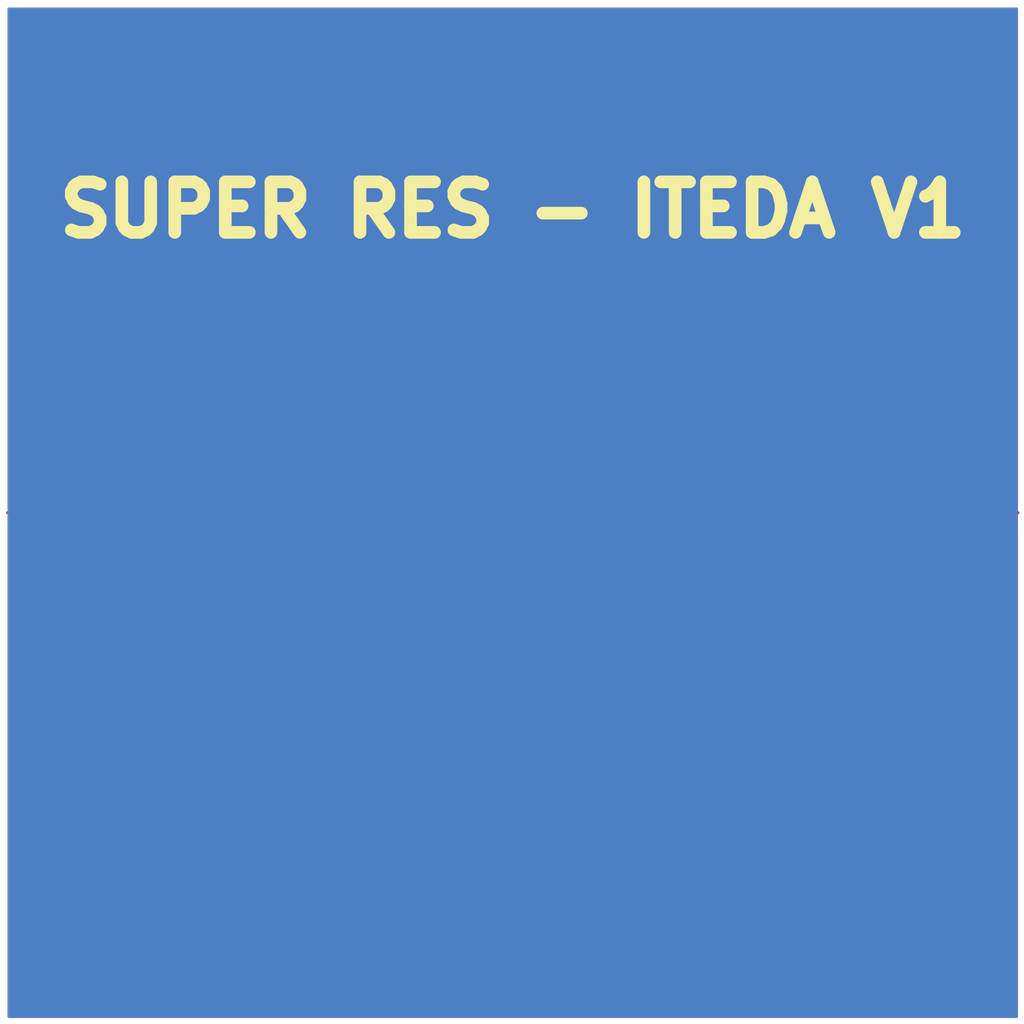
<source format=kicad_pcb>
(kicad_pcb (version 20171130) (host pcbnew 5.1.5-52549c5~84~ubuntu18.04.1)

  (general
    (thickness 0.5)
    (drawings 5)
    (tracks 141)
    (zones 0)
    (modules 0)
    (nets 1)
  )

  (page A4)
  (layers
    (0 F.Cu signal)
    (31 B.Cu power)
    (32 B.Adhes user)
    (33 F.Adhes user)
    (34 B.Paste user)
    (35 F.Paste user)
    (36 B.SilkS user)
    (37 F.SilkS user)
    (38 B.Mask user)
    (39 F.Mask user)
    (40 Dwgs.User user)
    (41 Cmts.User user)
    (42 Eco1.User user)
    (43 Eco2.User user)
    (44 Edge.Cuts user)
    (45 Margin user)
    (46 B.CrtYd user)
    (47 F.CrtYd user)
    (48 B.Fab user)
    (49 F.Fab user)
  )

  (setup
    (last_trace_width 0.03)
    (user_trace_width 0.03)
    (trace_clearance 0.02)
    (zone_clearance 0.02)
    (zone_45_only no)
    (trace_min 0.002)
    (via_size 0.8)
    (via_drill 0.4)
    (via_min_size 0.4)
    (via_min_drill 0.3)
    (uvia_size 0.3)
    (uvia_drill 0.1)
    (uvias_allowed no)
    (uvia_min_size 0.2)
    (uvia_min_drill 0.1)
    (edge_width 0.05)
    (segment_width 0.2)
    (pcb_text_width 0.3)
    (pcb_text_size 1.5 1.5)
    (mod_edge_width 0.12)
    (mod_text_size 1 1)
    (mod_text_width 0.15)
    (pad_size 1.524 1.524)
    (pad_drill 0.762)
    (pad_to_mask_clearance 0.00051)
    (solder_mask_min_width 0.0025)
    (aux_axis_origin 0 0)
    (visible_elements FFFFFF7F)
    (pcbplotparams
      (layerselection 0x03020_ffffffff)
      (usegerberextensions false)
      (usegerberattributes true)
      (usegerberadvancedattributes false)
      (creategerberjobfile false)
      (excludeedgelayer true)
      (linewidth 0.100000)
      (plotframeref false)
      (viasonmask false)
      (mode 1)
      (useauxorigin false)
      (hpglpennumber 1)
      (hpglpenspeed 20)
      (hpglpendiameter 15.000000)
      (psnegative false)
      (psa4output false)
      (plotreference true)
      (plotvalue true)
      (plotinvisibletext false)
      (padsonsilk false)
      (subtractmaskfromsilk false)
      (outputformat 3)
      (mirror false)
      (drillshape 0)
      (scaleselection 1)
      (outputdirectory "GERBERS/"))
  )

  (net 0 "")

  (net_class Default "This is the default net class."
    (clearance 0.02)
    (trace_width 0.03)
    (via_dia 0.8)
    (via_drill 0.4)
    (uvia_dia 0.3)
    (uvia_drill 0.1)
  )

  (net_class z0 ""
    (clearance 0.02)
    (trace_width 0.03)
    (via_dia 0.8)
    (via_drill 0.4)
    (uvia_dia 0.3)
    (uvia_drill 0.1)
  )

  (gr_text "SUPER RES - ITEDA V1" (at 145 52) (layer F.SilkS)
    (effects (font (size 0.5 0.5) (thickness 0.125)))
  )
  (gr_line (start 140 50) (end 140 60) (layer F.Fab) (width 0.15))
  (gr_line (start 150 50) (end 140 50) (layer F.Fab) (width 0.15))
  (gr_line (start 150 60) (end 140 60) (layer F.Fab) (width 0.15))
  (gr_line (start 150 50) (end 150 60) (layer F.Fab) (width 0.15))

  (segment (start 140 55) (end 143 55) (width 0.03) (layer F.Cu) (net 0))
  (segment (start 147 55) (end 150 55) (width 0.03) (layer F.Cu) (net 0))
  (segment (start 143 55) (end 147 55) (width 0.03) (layer F.Cu) (net 0))
  (segment (start 142.992479 57.266756) (end 143 57.2) (width 0.03) (layer F.Cu) (net 0))
  (segment (start 142.970291 57.330165) (end 142.992479 57.266756) (width 0.03) (layer F.Cu) (net 0))
  (segment (start 142.538612 57.507521) (end 142.605368 57.5) (width 0.03) (layer F.Cu) (net 0))
  (segment (start 143.68711 58.466756) (end 143.694632 58.4) (width 0.03) (layer F.Cu) (net 0))
  (segment (start 143.581678 58.634549) (end 143.629181 58.587046) (width 0.03) (layer F.Cu) (net 0))
  (segment (start 142.605368 57.5) (end 142.7 57.5) (width 0.03) (layer F.Cu) (net 0))
  (segment (start 143.461388 58.692478) (end 143.524797 58.67029) (width 0.03) (layer F.Cu) (net 0))
  (segment (start 143.06545 58.812953) (end 143.112953 58.76545) (width 0.03) (layer F.Cu) (net 0))
  (segment (start 143.394632 58.7) (end 143.461388 58.692478) (width 0.03) (layer F.Cu) (net 0))
  (segment (start 143.664922 58.530165) (end 143.68711 58.466756) (width 0.03) (layer F.Cu) (net 0))
  (segment (start 143 59) (end 143.007521 58.933243) (width 0.03) (layer F.Cu) (net 0))
  (segment (start 143.233243 58.707521) (end 143.3 58.7) (width 0.03) (layer F.Cu) (net 0))
  (segment (start 142.766757 57.492478) (end 142.830166 57.47029) (width 0.03) (layer F.Cu) (net 0))
  (segment (start 142.7 57.5) (end 142.766757 57.492478) (width 0.03) (layer F.Cu) (net 0))
  (segment (start 143.524797 58.129709) (end 143.461388 58.107521) (width 0.03) (layer F.Cu) (net 0))
  (segment (start 142.830166 57.47029) (end 142.887047 57.434549) (width 0.03) (layer F.Cu) (net 0))
  (segment (start 142.475203 57.529709) (end 142.538612 57.507521) (width 0.03) (layer F.Cu) (net 0))
  (segment (start 143.3 58.7) (end 143.394632 58.7) (width 0.03) (layer F.Cu) (net 0))
  (segment (start 143.007521 58.933243) (end 143.029709 58.869834) (width 0.03) (layer F.Cu) (net 0))
  (segment (start 143 57.2) (end 143 56.229502) (width 0.03) (layer F.Cu) (net 0))
  (segment (start 143.664922 58.269834) (end 143.629181 58.212953) (width 0.03) (layer F.Cu) (net 0))
  (segment (start 143.581678 58.16545) (end 143.524797 58.129709) (width 0.03) (layer F.Cu) (net 0))
  (segment (start 143.029709 58.869834) (end 143.06545 58.812953) (width 0.03) (layer F.Cu) (net 0))
  (segment (start 143.169834 58.729709) (end 143.233243 58.707521) (width 0.03) (layer F.Cu) (net 0))
  (segment (start 143.694632 58.4) (end 143.68711 58.333243) (width 0.03) (layer F.Cu) (net 0))
  (segment (start 143.68711 58.333243) (end 143.664922 58.269834) (width 0.03) (layer F.Cu) (net 0))
  (segment (start 143.112953 58.76545) (end 143.169834 58.729709) (width 0.03) (layer F.Cu) (net 0))
  (segment (start 142.31289 57.866756) (end 142.305368 57.8) (width 0.03) (layer F.Cu) (net 0))
  (segment (start 143.461388 58.107521) (end 143.394632 58.1) (width 0.03) (layer F.Cu) (net 0))
  (segment (start 142.93455 57.387046) (end 142.970291 57.330165) (width 0.03) (layer F.Cu) (net 0))
  (segment (start 142.370819 57.612953) (end 142.418322 57.56545) (width 0.03) (layer F.Cu) (net 0))
  (segment (start 143 56.229502) (end 143 55) (width 0.03) (layer F.Cu) (net 0))
  (segment (start 143.524797 58.67029) (end 143.581678 58.634549) (width 0.03) (layer F.Cu) (net 0))
  (segment (start 143.394632 58.1) (end 142.605368 58.1) (width 0.03) (layer F.Cu) (net 0))
  (segment (start 143.629181 58.212953) (end 143.581678 58.16545) (width 0.03) (layer F.Cu) (net 0))
  (segment (start 142.605368 58.1) (end 142.538612 58.092478) (width 0.03) (layer F.Cu) (net 0))
  (segment (start 142.538612 58.092478) (end 142.475203 58.07029) (width 0.03) (layer F.Cu) (net 0))
  (segment (start 142.475203 58.07029) (end 142.418322 58.034549) (width 0.03) (layer F.Cu) (net 0))
  (segment (start 142.335078 57.669834) (end 142.370819 57.612953) (width 0.03) (layer F.Cu) (net 0))
  (segment (start 142.418322 58.034549) (end 142.370819 57.987046) (width 0.03) (layer F.Cu) (net 0))
  (segment (start 142.370819 57.987046) (end 142.335078 57.930165) (width 0.03) (layer F.Cu) (net 0))
  (segment (start 142.335078 57.930165) (end 142.31289 57.866756) (width 0.03) (layer F.Cu) (net 0))
  (segment (start 142.887047 57.434549) (end 142.93455 57.387046) (width 0.03) (layer F.Cu) (net 0))
  (segment (start 143.629181 58.587046) (end 143.664922 58.530165) (width 0.03) (layer F.Cu) (net 0))
  (segment (start 142.305368 57.8) (end 142.31289 57.733243) (width 0.03) (layer F.Cu) (net 0))
  (segment (start 142.31289 57.733243) (end 142.335078 57.669834) (width 0.03) (layer F.Cu) (net 0))
  (segment (start 142.418322 57.56545) (end 142.475203 57.529709) (width 0.03) (layer F.Cu) (net 0))
  (segment (start 147 55.4) (end 147 55) (width 0.03) (layer F.Cu) (net 0))
  (segment (start 147.06545 55.587046) (end 147.029709 55.530165) (width 0.03) (layer F.Cu) (net 0))
  (segment (start 147.112953 55.634549) (end 147.06545 55.587046) (width 0.03) (layer F.Cu) (net 0))
  (segment (start 147.169834 55.67029) (end 147.112953 55.634549) (width 0.03) (layer F.Cu) (net 0))
  (segment (start 147.233243 55.692478) (end 147.169834 55.67029) (width 0.03) (layer F.Cu) (net 0))
  (segment (start 147.655706 55.7) (end 147.3 55.7) (width 0.03) (layer F.Cu) (net 0))
  (segment (start 147.722462 55.707521) (end 147.655706 55.7) (width 0.03) (layer F.Cu) (net 0))
  (segment (start 147.842752 55.76545) (end 147.785871 55.729709) (width 0.03) (layer F.Cu) (net 0))
  (segment (start 147.890255 55.812953) (end 147.842752 55.76545) (width 0.03) (layer F.Cu) (net 0))
  (segment (start 146.074004 57.930165) (end 146.051816 57.866756) (width 0.03) (layer F.Cu) (net 0))
  (segment (start 146.109745 57.612953) (end 146.157248 57.56545) (width 0.03) (layer F.Cu) (net 0))
  (segment (start 146.344294 58.1) (end 146.277538 58.092478) (width 0.03) (layer F.Cu) (net 0))
  (segment (start 147.890255 57.012953) (end 147.842752 56.96545) (width 0.03) (layer F.Cu) (net 0))
  (segment (start 147.722462 58.107521) (end 147.655706 58.1) (width 0.03) (layer F.Cu) (net 0))
  (segment (start 147.785871 56.27029) (end 147.842752 56.234549) (width 0.03) (layer F.Cu) (net 0))
  (segment (start 147.890255 58.212953) (end 147.842752 58.16545) (width 0.03) (layer F.Cu) (net 0))
  (segment (start 147.007521 55.466756) (end 147 55.4) (width 0.03) (layer F.Cu) (net 0))
  (segment (start 147.925996 58.269834) (end 147.890255 58.212953) (width 0.03) (layer F.Cu) (net 0))
  (segment (start 146.044294 57.8) (end 146.051816 57.733243) (width 0.03) (layer F.Cu) (net 0))
  (segment (start 147.3 55.7) (end 147.233243 55.692478) (width 0.03) (layer F.Cu) (net 0))
  (segment (start 147.785871 55.729709) (end 147.722462 55.707521) (width 0.03) (layer F.Cu) (net 0))
  (segment (start 147.169834 58.729709) (end 147.233243 58.707521) (width 0.03) (layer F.Cu) (net 0))
  (segment (start 147.06545 58.812953) (end 147.112953 58.76545) (width 0.03) (layer F.Cu) (net 0))
  (segment (start 147.842752 58.16545) (end 147.785871 58.129709) (width 0.03) (layer F.Cu) (net 0))
  (segment (start 146.277538 57.507521) (end 146.344294 57.5) (width 0.03) (layer F.Cu) (net 0))
  (segment (start 146.074004 56.469834) (end 146.109745 56.412953) (width 0.03) (layer F.Cu) (net 0))
  (segment (start 146.109745 57.987046) (end 146.074004 57.930165) (width 0.03) (layer F.Cu) (net 0))
  (segment (start 147.655706 58.1) (end 146.344294 58.1) (width 0.03) (layer F.Cu) (net 0))
  (segment (start 147.112953 58.76545) (end 147.169834 58.729709) (width 0.03) (layer F.Cu) (net 0))
  (segment (start 147.955706 58.4) (end 147.948184 58.333243) (width 0.03) (layer F.Cu) (net 0))
  (segment (start 147.233243 58.707521) (end 147.3 58.7) (width 0.03) (layer F.Cu) (net 0))
  (segment (start 147.007521 58.933243) (end 147.029709 58.869834) (width 0.03) (layer F.Cu) (net 0))
  (segment (start 146.277538 58.092478) (end 146.214129 58.07029) (width 0.03) (layer F.Cu) (net 0))
  (segment (start 147.785871 58.129709) (end 147.722462 58.107521) (width 0.03) (layer F.Cu) (net 0))
  (segment (start 147.925996 55.869834) (end 147.890255 55.812953) (width 0.03) (layer F.Cu) (net 0))
  (segment (start 147.3 58.7) (end 147.655706 58.7) (width 0.03) (layer F.Cu) (net 0))
  (segment (start 146.214129 58.07029) (end 146.157248 58.034549) (width 0.03) (layer F.Cu) (net 0))
  (segment (start 147.785871 58.67029) (end 147.842752 58.634549) (width 0.03) (layer F.Cu) (net 0))
  (segment (start 147.655706 58.7) (end 147.722462 58.692478) (width 0.03) (layer F.Cu) (net 0))
  (segment (start 146.051816 57.733243) (end 146.074004 57.669834) (width 0.03) (layer F.Cu) (net 0))
  (segment (start 147.722462 58.692478) (end 147.785871 58.67029) (width 0.03) (layer F.Cu) (net 0))
  (segment (start 146.344294 57.5) (end 147.655706 57.5) (width 0.03) (layer F.Cu) (net 0))
  (segment (start 147.785871 57.47029) (end 147.842752 57.434549) (width 0.03) (layer F.Cu) (net 0))
  (segment (start 147.842752 58.634549) (end 147.890255 58.587046) (width 0.03) (layer F.Cu) (net 0))
  (segment (start 147.890255 58.587046) (end 147.925996 58.530165) (width 0.03) (layer F.Cu) (net 0))
  (segment (start 147.890255 57.387046) (end 147.925996 57.330165) (width 0.03) (layer F.Cu) (net 0))
  (segment (start 146.051816 56.666756) (end 146.044294 56.6) (width 0.03) (layer F.Cu) (net 0))
  (segment (start 146.344294 56.9) (end 146.277538 56.892478) (width 0.03) (layer F.Cu) (net 0))
  (segment (start 146.157248 56.834549) (end 146.109745 56.787046) (width 0.03) (layer F.Cu) (net 0))
  (segment (start 146.157248 57.56545) (end 146.214129 57.529709) (width 0.03) (layer F.Cu) (net 0))
  (segment (start 146.109745 56.787046) (end 146.074004 56.730165) (width 0.03) (layer F.Cu) (net 0))
  (segment (start 147.655706 57.5) (end 147.722462 57.492478) (width 0.03) (layer F.Cu) (net 0))
  (segment (start 146.277538 56.892478) (end 146.214129 56.87029) (width 0.03) (layer F.Cu) (net 0))
  (segment (start 147.948184 58.333243) (end 147.925996 58.269834) (width 0.03) (layer F.Cu) (net 0))
  (segment (start 147.722462 57.492478) (end 147.785871 57.47029) (width 0.03) (layer F.Cu) (net 0))
  (segment (start 147.842752 57.434549) (end 147.890255 57.387046) (width 0.03) (layer F.Cu) (net 0))
  (segment (start 147 59) (end 147.007521 58.933243) (width 0.03) (layer F.Cu) (net 0))
  (segment (start 147.948184 58.466756) (end 147.955706 58.4) (width 0.03) (layer F.Cu) (net 0))
  (segment (start 146.051816 57.866756) (end 146.044294 57.8) (width 0.03) (layer F.Cu) (net 0))
  (segment (start 147.925996 57.330165) (end 147.948184 57.266756) (width 0.03) (layer F.Cu) (net 0))
  (segment (start 146.044294 56.6) (end 146.051816 56.533243) (width 0.03) (layer F.Cu) (net 0))
  (segment (start 146.157248 58.034549) (end 146.109745 57.987046) (width 0.03) (layer F.Cu) (net 0))
  (segment (start 147.948184 57.266756) (end 147.955706 57.2) (width 0.03) (layer F.Cu) (net 0))
  (segment (start 147.948184 57.133243) (end 147.925996 57.069834) (width 0.03) (layer F.Cu) (net 0))
  (segment (start 147.955706 57.2) (end 147.948184 57.133243) (width 0.03) (layer F.Cu) (net 0))
  (segment (start 147.925996 57.069834) (end 147.890255 57.012953) (width 0.03) (layer F.Cu) (net 0))
  (segment (start 147.842752 56.96545) (end 147.785871 56.929709) (width 0.03) (layer F.Cu) (net 0))
  (segment (start 147.785871 56.929709) (end 147.722462 56.907521) (width 0.03) (layer F.Cu) (net 0))
  (segment (start 147.655706 56.9) (end 146.344294 56.9) (width 0.03) (layer F.Cu) (net 0))
  (segment (start 146.214129 57.529709) (end 146.277538 57.507521) (width 0.03) (layer F.Cu) (net 0))
  (segment (start 146.074004 56.730165) (end 146.051816 56.666756) (width 0.03) (layer F.Cu) (net 0))
  (segment (start 146.051816 56.533243) (end 146.074004 56.469834) (width 0.03) (layer F.Cu) (net 0))
  (segment (start 147.029709 55.530165) (end 147.007521 55.466756) (width 0.03) (layer F.Cu) (net 0))
  (segment (start 146.109745 56.412953) (end 146.157248 56.36545) (width 0.03) (layer F.Cu) (net 0))
  (segment (start 146.157248 56.36545) (end 146.214129 56.329709) (width 0.03) (layer F.Cu) (net 0))
  (segment (start 146.214129 56.329709) (end 146.277538 56.307521) (width 0.03) (layer F.Cu) (net 0))
  (segment (start 146.277538 56.307521) (end 146.344294 56.3) (width 0.03) (layer F.Cu) (net 0))
  (segment (start 147.925996 58.530165) (end 147.948184 58.466756) (width 0.03) (layer F.Cu) (net 0))
  (segment (start 147.842752 56.234549) (end 147.890255 56.187046) (width 0.03) (layer F.Cu) (net 0))
  (segment (start 147.029709 58.869834) (end 147.06545 58.812953) (width 0.03) (layer F.Cu) (net 0))
  (segment (start 146.344294 56.3) (end 147.655706 56.3) (width 0.03) (layer F.Cu) (net 0))
  (segment (start 146.214129 56.87029) (end 146.157248 56.834549) (width 0.03) (layer F.Cu) (net 0))
  (segment (start 147.655706 56.3) (end 147.722462 56.292478) (width 0.03) (layer F.Cu) (net 0))
  (segment (start 147.722462 56.292478) (end 147.785871 56.27029) (width 0.03) (layer F.Cu) (net 0))
  (segment (start 147.890255 56.187046) (end 147.925996 56.130165) (width 0.03) (layer F.Cu) (net 0))
  (segment (start 147.925996 56.130165) (end 147.948184 56.066756) (width 0.03) (layer F.Cu) (net 0))
  (segment (start 146.074004 57.669834) (end 146.109745 57.612953) (width 0.03) (layer F.Cu) (net 0))
  (segment (start 147.948184 55.933243) (end 147.925996 55.869834) (width 0.03) (layer F.Cu) (net 0))
  (segment (start 147.948184 56.066756) (end 147.955706 56) (width 0.03) (layer F.Cu) (net 0))
  (segment (start 147.722462 56.907521) (end 147.655706 56.9) (width 0.03) (layer F.Cu) (net 0))
  (segment (start 147.955706 56) (end 147.948184 55.933243) (width 0.03) (layer F.Cu) (net 0))

  (zone (net 0) (net_name "") (layer B.Cu) (tstamp 5E82BDD4) (hatch edge 0.508)
    (connect_pads yes (clearance 0.02))
    (min_thickness 0.0254)
    (fill yes (arc_segments 32) (thermal_gap 0.02) (thermal_bridge_width 0.026))
    (polygon
      (pts
        (xy 150 60) (xy 140 60) (xy 140 50) (xy 150 50)
      )
    )
    (filled_polygon
      (pts
        (xy 149.9873 59.9873) (xy 140.0127 59.9873) (xy 140.0127 50.0127) (xy 149.9873 50.0127)
      )
    )
  )
  (zone (net 0) (net_name "") (layer F.Cu) (tstamp 5E82BDD1) (hatch edge 0.508)
    (connect_pads yes (clearance 0.02))
    (min_thickness 0.0254)
    (fill yes (arc_segments 32) (thermal_gap 0.02) (thermal_bridge_width 0.026))
    (polygon
      (pts
        (xy 150 60) (xy 140 60) (xy 140 50) (xy 150 50)
      )
    )
    (filled_polygon
      (pts
        (xy 142.9523 56.231836) (xy 142.952301 56.231846) (xy 142.9523 57.197328) (xy 142.945681 57.256076) (xy 142.927044 57.309337)
        (xy 142.897024 57.357114) (xy 142.857121 57.397018) (xy 142.809339 57.427042) (xy 142.756078 57.44568) (xy 142.697327 57.4523)
        (xy 142.609722 57.4523) (xy 142.609396 57.45224) (xy 142.605124 57.4523) (xy 142.603033 57.4523) (xy 142.602685 57.452334)
        (xy 142.602347 57.452339) (xy 142.600333 57.452566) (xy 142.596017 57.452991) (xy 142.595696 57.453088) (xy 142.534932 57.459935)
        (xy 142.531912 57.460062) (xy 142.527984 57.461017) (xy 142.524057 57.461855) (xy 142.52129 57.463047) (xy 142.461028 57.484134)
        (xy 142.45811 57.484931) (xy 142.454482 57.486741) (xy 142.450851 57.488427) (xy 142.448425 57.4902) (xy 142.394355 57.524175)
        (xy 142.391693 57.525598) (xy 142.388569 57.528162) (xy 142.385394 57.530622) (xy 142.383421 57.532893) (xy 142.338275 57.57804)
        (xy 142.33599 57.580025) (xy 142.333511 57.583225) (xy 142.330967 57.586325) (xy 142.329547 57.588981) (xy 142.29558 57.643041)
        (xy 142.293796 57.645482) (xy 142.292096 57.649144) (xy 142.2903 57.652742) (xy 142.289504 57.655657) (xy 142.268416 57.715921)
        (xy 142.267224 57.718688) (xy 142.266384 57.722623) (xy 142.265431 57.726544) (xy 142.265304 57.729562) (xy 142.258155 57.793004)
        (xy 142.257608 57.795972) (xy 142.257665 57.8) (xy 142.257608 57.804028) (xy 142.258155 57.806996) (xy 142.265304 57.870437)
        (xy 142.265431 57.873455) (xy 142.266384 57.877376) (xy 142.267224 57.881311) (xy 142.268416 57.884078) (xy 142.289504 57.944342)
        (xy 142.2903 57.947257) (xy 142.292096 57.950855) (xy 142.293796 57.954517) (xy 142.29558 57.956958) (xy 142.329547 58.011018)
        (xy 142.330967 58.013674) (xy 142.333511 58.016774) (xy 142.33599 58.019974) (xy 142.338275 58.021959) (xy 142.383421 58.067106)
        (xy 142.385394 58.069377) (xy 142.388569 58.071837) (xy 142.391693 58.074401) (xy 142.394355 58.075824) (xy 142.448425 58.109799)
        (xy 142.450851 58.111572) (xy 142.454482 58.113258) (xy 142.45811 58.115068) (xy 142.461028 58.115865) (xy 142.521294 58.136954)
        (xy 142.524057 58.138144) (xy 142.527988 58.138983) (xy 142.531912 58.139937) (xy 142.534929 58.140064) (xy 142.595696 58.146912)
        (xy 142.596017 58.147009) (xy 142.600327 58.147433) (xy 142.602346 58.147661) (xy 142.602685 58.147666) (xy 142.603033 58.1477)
        (xy 142.605123 58.1477) (xy 142.609396 58.14776) (xy 142.609722 58.1477) (xy 143.39196 58.1477) (xy 143.450709 58.154319)
        (xy 143.50397 58.172957) (xy 143.551752 58.202981) (xy 143.591655 58.242885) (xy 143.621674 58.290661) (xy 143.640312 58.343923)
        (xy 143.646631 58.4) (xy 143.640312 58.456076) (xy 143.621675 58.509337) (xy 143.591655 58.557114) (xy 143.551752 58.597018)
        (xy 143.50397 58.627042) (xy 143.450709 58.64568) (xy 143.391958 58.6523) (xy 143.304355 58.6523) (xy 143.304029 58.65224)
        (xy 143.299756 58.6523) (xy 143.297665 58.6523) (xy 143.297317 58.652334) (xy 143.296979 58.652339) (xy 143.294964 58.652566)
        (xy 143.290649 58.652991) (xy 143.290328 58.653088) (xy 143.229563 58.659935) (xy 143.226543 58.660062) (xy 143.222615 58.661017)
        (xy 143.218688 58.661855) (xy 143.215921 58.663047) (xy 143.155659 58.684134) (xy 143.152741 58.684931) (xy 143.149113 58.686741)
        (xy 143.145482 58.688427) (xy 143.143056 58.6902) (xy 143.088986 58.724175) (xy 143.086324 58.725598) (xy 143.0832 58.728162)
        (xy 143.080025 58.730622) (xy 143.078052 58.732893) (xy 143.032906 58.77804) (xy 143.030621 58.780025) (xy 143.028142 58.783225)
        (xy 143.025598 58.786325) (xy 143.024178 58.788981) (xy 142.990211 58.843041) (xy 142.988427 58.845482) (xy 142.986727 58.849144)
        (xy 142.984931 58.852742) (xy 142.984135 58.855657) (xy 142.963047 58.915922) (xy 142.961855 58.918689) (xy 142.961016 58.92262)
        (xy 142.960062 58.926544) (xy 142.959935 58.929563) (xy 142.952339 58.996981) (xy 142.95224 59.004029) (xy 142.953943 59.013269)
        (xy 142.957418 59.021999) (xy 142.962527 59.029884) (xy 142.969078 59.03662) (xy 142.976816 59.04195) (xy 142.985445 59.045666)
        (xy 142.994635 59.047628) (xy 143.004029 59.04776) (xy 143.013269 59.046057) (xy 143.021999 59.042582) (xy 143.029884 59.037473)
        (xy 143.03662 59.030922) (xy 143.04195 59.023184) (xy 143.045666 59.014555) (xy 143.047138 59.00766) (xy 143.054319 58.943922)
        (xy 143.072957 58.890661) (xy 143.102981 58.842879) (xy 143.142885 58.802976) (xy 143.190662 58.772956) (xy 143.243923 58.754319)
        (xy 143.302672 58.7477) (xy 143.390278 58.7477) (xy 143.390604 58.74776) (xy 143.394876 58.7477) (xy 143.396967 58.7477)
        (xy 143.397315 58.747666) (xy 143.397652 58.747661) (xy 143.399658 58.747435) (xy 143.403983 58.747009) (xy 143.404305 58.746911)
        (xy 143.465069 58.740064) (xy 143.468087 58.739937) (xy 143.472008 58.738984) (xy 143.475943 58.738144) (xy 143.47871 58.736952)
        (xy 143.538974 58.715864) (xy 143.541889 58.715068) (xy 143.545494 58.713269) (xy 143.549149 58.711572) (xy 143.55159 58.709788)
        (xy 143.60565 58.675821) (xy 143.608306 58.674401) (xy 143.611406 58.671857) (xy 143.614606 58.669378) (xy 143.616591 58.667093)
        (xy 143.661738 58.621947) (xy 143.664009 58.619974) (xy 143.666469 58.616799) (xy 143.669033 58.613675) (xy 143.670456 58.611013)
        (xy 143.704431 58.556943) (xy 143.706204 58.554517) (xy 143.70789 58.550886) (xy 143.7097 58.547258) (xy 143.710497 58.54434)
        (xy 143.731586 58.484074) (xy 143.732776 58.481311) (xy 143.733615 58.47738) (xy 143.734569 58.473456) (xy 143.734696 58.470439)
        (xy 143.741846 58.406993) (xy 143.742392 58.404028) (xy 143.742335 58.4) (xy 143.742392 58.395972) (xy 143.741846 58.393008)
        (xy 143.734696 58.32956) (xy 143.734569 58.326543) (xy 143.733615 58.322619) (xy 143.732776 58.318688) (xy 143.731586 58.315925)
        (xy 143.710497 58.255659) (xy 143.7097 58.252741) (xy 143.70789 58.249113) (xy 143.706204 58.245482) (xy 143.704431 58.243056)
        (xy 143.670456 58.188986) (xy 143.669033 58.186324) (xy 143.666469 58.1832) (xy 143.664009 58.180025) (xy 143.661738 58.178052)
        (xy 143.616591 58.132906) (xy 143.614606 58.130621) (xy 143.611406 58.128142) (xy 143.608306 58.125598) (xy 143.60565 58.124178)
        (xy 143.55159 58.090211) (xy 143.549149 58.088427) (xy 143.545487 58.086727) (xy 143.541889 58.084931) (xy 143.538974 58.084135)
        (xy 143.478709 58.063047) (xy 143.475942 58.061855) (xy 143.472011 58.061016) (xy 143.468087 58.060062) (xy 143.465069 58.059935)
        (xy 143.404305 58.053089) (xy 143.403983 58.052991) (xy 143.399652 58.052564) (xy 143.397651 58.052339) (xy 143.397315 58.052334)
        (xy 143.396967 58.0523) (xy 143.394875 58.0523) (xy 143.390603 58.05224) (xy 143.390277 58.0523) (xy 142.60804 58.0523)
        (xy 142.549292 58.04568) (xy 142.496031 58.027043) (xy 142.448254 57.997023) (xy 142.40835 57.95712) (xy 142.378326 57.909338)
        (xy 142.359688 57.856077) (xy 142.353369 57.8) (xy 142.359688 57.743922) (xy 142.378326 57.690661) (xy 142.40835 57.642879)
        (xy 142.448254 57.602976) (xy 142.496031 57.572956) (xy 142.549292 57.554319) (xy 142.60804 57.5477) (xy 142.695646 57.5477)
        (xy 142.695972 57.54776) (xy 142.700244 57.5477) (xy 142.702335 57.5477) (xy 142.702683 57.547666) (xy 142.70302 57.547661)
        (xy 142.705026 57.547435) (xy 142.709351 57.547009) (xy 142.709673 57.546911) (xy 142.770438 57.540064) (xy 142.773456 57.539937)
        (xy 142.777377 57.538984) (xy 142.781312 57.538144) (xy 142.784079 57.536952) (xy 142.844343 57.515864) (xy 142.847258 57.515068)
        (xy 142.850863 57.513269) (xy 142.854518 57.511572) (xy 142.856959 57.509788) (xy 142.911019 57.475821) (xy 142.913675 57.474401)
        (xy 142.916775 57.471857) (xy 142.919975 57.469378) (xy 142.92196 57.467093) (xy 142.967107 57.421947) (xy 142.969378 57.419974)
        (xy 142.971838 57.416799) (xy 142.974402 57.413675) (xy 142.975825 57.411013) (xy 143.0098 57.356943) (xy 143.011573 57.354517)
        (xy 143.013259 57.350886) (xy 143.015069 57.347258) (xy 143.015866 57.34434) (xy 143.036953 57.284078) (xy 143.038145 57.281311)
        (xy 143.038983 57.277384) (xy 143.039938 57.273456) (xy 143.040065 57.270436) (xy 143.046912 57.209672) (xy 143.047009 57.209351)
        (xy 143.047434 57.205035) (xy 143.047661 57.203021) (xy 143.047666 57.202683) (xy 143.0477 57.202335) (xy 143.0477 57.200244)
        (xy 143.04776 57.195972) (xy 143.0477 57.195646) (xy 143.0477 55.0477) (xy 146.952301 55.0477) (xy 146.9523 55.395645)
        (xy 146.95224 55.395971) (xy 146.9523 55.400243) (xy 146.9523 55.402334) (xy 146.952334 55.402682) (xy 146.952339 55.403019)
        (xy 146.952565 55.405027) (xy 146.952991 55.40935) (xy 146.953089 55.409671) (xy 146.959935 55.470437) (xy 146.960062 55.473455)
        (xy 146.961016 55.477379) (xy 146.961855 55.48131) (xy 146.963047 55.484077) (xy 146.984135 55.544342) (xy 146.984931 55.547257)
        (xy 146.986727 55.550855) (xy 146.988427 55.554517) (xy 146.990211 55.556958) (xy 147.024178 55.611018) (xy 147.025598 55.613674)
        (xy 147.028142 55.616774) (xy 147.030621 55.619974) (xy 147.032906 55.621959) (xy 147.078052 55.667106) (xy 147.080025 55.669377)
        (xy 147.0832 55.671837) (xy 147.086324 55.674401) (xy 147.088986 55.675824) (xy 147.143056 55.709799) (xy 147.145482 55.711572)
        (xy 147.149113 55.713258) (xy 147.152741 55.715068) (xy 147.155659 55.715865) (xy 147.215925 55.736954) (xy 147.218688 55.738144)
        (xy 147.222619 55.738983) (xy 147.226543 55.739937) (xy 147.22956 55.740064) (xy 147.290328 55.746912) (xy 147.290649 55.747009)
        (xy 147.294958 55.747433) (xy 147.296978 55.747661) (xy 147.297317 55.747666) (xy 147.297665 55.7477) (xy 147.299755 55.7477)
        (xy 147.304028 55.74776) (xy 147.304354 55.7477) (xy 147.653034 55.7477) (xy 147.711783 55.754319) (xy 147.765044 55.772957)
        (xy 147.812826 55.802981) (xy 147.852729 55.842885) (xy 147.882748 55.890661) (xy 147.901386 55.943923) (xy 147.907705 56)
        (xy 147.901386 56.056076) (xy 147.882749 56.109337) (xy 147.852729 56.157114) (xy 147.812826 56.197018) (xy 147.765044 56.227042)
        (xy 147.711783 56.24568) (xy 147.653032 56.2523) (xy 146.348648 56.2523) (xy 146.348322 56.25224) (xy 146.34405 56.2523)
        (xy 146.341959 56.2523) (xy 146.341611 56.252334) (xy 146.341273 56.252339) (xy 146.339259 56.252566) (xy 146.334943 56.252991)
        (xy 146.334622 56.253088) (xy 146.273858 56.259935) (xy 146.270838 56.260062) (xy 146.26691 56.261017) (xy 146.262983 56.261855)
        (xy 146.260216 56.263047) (xy 146.199954 56.284134) (xy 146.197036 56.284931) (xy 146.193408 56.286741) (xy 146.189777 56.288427)
        (xy 146.187351 56.2902) (xy 146.133281 56.324175) (xy 146.130619 56.325598) (xy 146.127495 56.328162) (xy 146.12432 56.330622)
        (xy 146.122347 56.332893) (xy 146.077201 56.37804) (xy 146.074916 56.380025) (xy 146.072437 56.383225) (xy 146.069893 56.386325)
        (xy 146.068473 56.388981) (xy 146.034506 56.443041) (xy 146.032722 56.445482) (xy 146.031022 56.449144) (xy 146.029226 56.452742)
        (xy 146.02843 56.455657) (xy 146.007342 56.515921) (xy 146.00615 56.518688) (xy 146.00531 56.522623) (xy 146.004357 56.526544)
        (xy 146.00423 56.529562) (xy 145.997081 56.593004) (xy 145.996534 56.595972) (xy 145.996591 56.6) (xy 145.996534 56.604028)
        (xy 145.997081 56.606996) (xy 146.00423 56.670437) (xy 146.004357 56.673455) (xy 146.00531 56.677376) (xy 146.00615 56.681311)
        (xy 146.007342 56.684078) (xy 146.02843 56.744342) (xy 146.029226 56.747257) (xy 146.031022 56.750855) (xy 146.032722 56.754517)
        (xy 146.034506 56.756958) (xy 146.068473 56.811018) (xy 146.069893 56.813674) (xy 146.072437 56.816774) (xy 146.074916 56.819974)
        (xy 146.077201 56.821959) (xy 146.122347 56.867106) (xy 146.12432 56.869377) (xy 146.127495 56.871837) (xy 146.130619 56.874401)
        (xy 146.133281 56.875824) (xy 146.187351 56.909799) (xy 146.189777 56.911572) (xy 146.193408 56.913258) (xy 146.197036 56.915068)
        (xy 146.199954 56.915865) (xy 146.26022 56.936954) (xy 146.262983 56.938144) (xy 146.266914 56.938983) (xy 146.270838 56.939937)
        (xy 146.273855 56.940064) (xy 146.334622 56.946912) (xy 146.334943 56.947009) (xy 146.339253 56.947433) (xy 146.341272 56.947661)
        (xy 146.341611 56.947666) (xy 146.341959 56.9477) (xy 146.344049 56.9477) (xy 146.348322 56.94776) (xy 146.348648 56.9477)
        (xy 147.653034 56.9477) (xy 147.711783 56.954319) (xy 147.765044 56.972957) (xy 147.812826 57.002981) (xy 147.852729 57.042885)
        (xy 147.882748 57.090661) (xy 147.901386 57.143923) (xy 147.907705 57.2) (xy 147.901386 57.256076) (xy 147.882749 57.309337)
        (xy 147.852729 57.357114) (xy 147.812826 57.397018) (xy 147.765044 57.427042) (xy 147.711783 57.44568) (xy 147.653032 57.4523)
        (xy 146.348648 57.4523) (xy 146.348322 57.45224) (xy 146.34405 57.4523) (xy 146.341959 57.4523) (xy 146.341611 57.452334)
        (xy 146.341273 57.452339) (xy 146.339259 57.452566) (xy 146.334943 57.452991) (xy 146.334622 57.453088) (xy 146.273858 57.459935)
        (xy 146.270838 57.460062) (xy 146.26691 57.461017) (xy 146.262983 57.461855) (xy 146.260216 57.463047) (xy 146.199954 57.484134)
        (xy 146.197036 57.484931) (xy 146.193408 57.486741) (xy 146.189777 57.488427) (xy 146.187351 57.4902) (xy 146.133281 57.524175)
        (xy 146.130619 57.525598) (xy 146.127495 57.528162) (xy 146.12432 57.530622) (xy 146.122347 57.532893) (xy 146.077201 57.57804)
        (xy 146.074916 57.580025) (xy 146.072437 57.583225) (xy 146.069893 57.586325) (xy 146.068473 57.588981) (xy 146.034506 57.643041)
        (xy 146.032722 57.645482) (xy 146.031022 57.649144) (xy 146.029226 57.652742) (xy 146.02843 57.655657) (xy 146.007342 57.715921)
        (xy 146.00615 57.718688) (xy 146.00531 57.722623) (xy 146.004357 57.726544) (xy 146.00423 57.729562) (xy 145.997081 57.793004)
        (xy 145.996534 57.795972) (xy 145.996591 57.8) (xy 145.996534 57.804028) (xy 145.997081 57.806996) (xy 146.00423 57.870437)
        (xy 146.004357 57.873455) (xy 146.00531 57.877376) (xy 146.00615 57.881311) (xy 146.007342 57.884078) (xy 146.02843 57.944342)
        (xy 146.029226 57.947257) (xy 146.031022 57.950855) (xy 146.032722 57.954517) (xy 146.034506 57.956958) (xy 146.068473 58.011018)
        (xy 146.069893 58.013674) (xy 146.072437 58.016774) (xy 146.074916 58.019974) (xy 146.077201 58.021959) (xy 146.122347 58.067106)
        (xy 146.12432 58.069377) (xy 146.127495 58.071837) (xy 146.130619 58.074401) (xy 146.133281 58.075824) (xy 146.187351 58.109799)
        (xy 146.189777 58.111572) (xy 146.193408 58.113258) (xy 146.197036 58.115068) (xy 146.199954 58.115865) (xy 146.26022 58.136954)
        (xy 146.262983 58.138144) (xy 146.266914 58.138983) (xy 146.270838 58.139937) (xy 146.273855 58.140064) (xy 146.334622 58.146912)
        (xy 146.334943 58.147009) (xy 146.339253 58.147433) (xy 146.341272 58.147661) (xy 146.341611 58.147666) (xy 146.341959 58.1477)
        (xy 146.344049 58.1477) (xy 146.348322 58.14776) (xy 146.348648 58.1477) (xy 147.653034 58.1477) (xy 147.711783 58.154319)
        (xy 147.765044 58.172957) (xy 147.812826 58.202981) (xy 147.852729 58.242885) (xy 147.882748 58.290661) (xy 147.901386 58.343923)
        (xy 147.907705 58.4) (xy 147.901386 58.456076) (xy 147.882749 58.509337) (xy 147.852729 58.557114) (xy 147.812826 58.597018)
        (xy 147.765044 58.627042) (xy 147.711783 58.64568) (xy 147.653032 58.6523) (xy 147.304355 58.6523) (xy 147.304029 58.65224)
        (xy 147.299756 58.6523) (xy 147.297665 58.6523) (xy 147.297317 58.652334) (xy 147.296979 58.652339) (xy 147.294964 58.652566)
        (xy 147.290649 58.652991) (xy 147.290328 58.653088) (xy 147.229563 58.659935) (xy 147.226543 58.660062) (xy 147.222615 58.661017)
        (xy 147.218688 58.661855) (xy 147.215921 58.663047) (xy 147.155659 58.684134) (xy 147.152741 58.684931) (xy 147.149113 58.686741)
        (xy 147.145482 58.688427) (xy 147.143056 58.6902) (xy 147.088986 58.724175) (xy 147.086324 58.725598) (xy 147.0832 58.728162)
        (xy 147.080025 58.730622) (xy 147.078052 58.732893) (xy 147.032906 58.77804) (xy 147.030621 58.780025) (xy 147.028142 58.783225)
        (xy 147.025598 58.786325) (xy 147.024178 58.788981) (xy 146.990211 58.843041) (xy 146.988427 58.845482) (xy 146.986727 58.849144)
        (xy 146.984931 58.852742) (xy 146.984135 58.855657) (xy 146.963047 58.915922) (xy 146.961855 58.918689) (xy 146.961016 58.92262)
        (xy 146.960062 58.926544) (xy 146.959935 58.929563) (xy 146.952339 58.996981) (xy 146.95224 59.004029) (xy 146.953943 59.013269)
        (xy 146.957418 59.021999) (xy 146.962527 59.029884) (xy 146.969078 59.03662) (xy 146.976816 59.04195) (xy 146.985445 59.045666)
        (xy 146.994635 59.047628) (xy 147.004029 59.04776) (xy 147.013269 59.046057) (xy 147.021999 59.042582) (xy 147.029884 59.037473)
        (xy 147.03662 59.030922) (xy 147.04195 59.023184) (xy 147.045666 59.014555) (xy 147.047138 59.00766) (xy 147.054319 58.943922)
        (xy 147.072957 58.890661) (xy 147.102981 58.842879) (xy 147.142885 58.802976) (xy 147.190662 58.772956) (xy 147.243923 58.754319)
        (xy 147.302672 58.7477) (xy 147.651352 58.7477) (xy 147.651678 58.74776) (xy 147.65595 58.7477) (xy 147.658041 58.7477)
        (xy 147.658389 58.747666) (xy 147.658726 58.747661) (xy 147.660732 58.747435) (xy 147.665057 58.747009) (xy 147.665379 58.746911)
        (xy 147.726143 58.740064) (xy 147.729161 58.739937) (xy 147.733082 58.738984) (xy 147.737017 58.738144) (xy 147.739784 58.736952)
        (xy 147.800048 58.715864) (xy 147.802963 58.715068) (xy 147.806568 58.713269) (xy 147.810223 58.711572) (xy 147.812664 58.709788)
        (xy 147.866724 58.675821) (xy 147.86938 58.674401) (xy 147.87248 58.671857) (xy 147.87568 58.669378) (xy 147.877665 58.667093)
        (xy 147.922812 58.621947) (xy 147.925083 58.619974) (xy 147.927543 58.616799) (xy 147.930107 58.613675) (xy 147.93153 58.611013)
        (xy 147.965505 58.556943) (xy 147.967278 58.554517) (xy 147.968964 58.550886) (xy 147.970774 58.547258) (xy 147.971571 58.54434)
        (xy 147.99266 58.484074) (xy 147.99385 58.481311) (xy 147.994689 58.47738) (xy 147.995643 58.473456) (xy 147.99577 58.470439)
        (xy 148.00292 58.406993) (xy 148.003466 58.404028) (xy 148.003409 58.4) (xy 148.003466 58.395972) (xy 148.00292 58.393008)
        (xy 147.99577 58.32956) (xy 147.995643 58.326543) (xy 147.994689 58.322619) (xy 147.99385 58.318688) (xy 147.99266 58.315925)
        (xy 147.971571 58.255659) (xy 147.970774 58.252741) (xy 147.968964 58.249113) (xy 147.967278 58.245482) (xy 147.965505 58.243056)
        (xy 147.93153 58.188986) (xy 147.930107 58.186324) (xy 147.927543 58.1832) (xy 147.925083 58.180025) (xy 147.922812 58.178052)
        (xy 147.877665 58.132906) (xy 147.87568 58.130621) (xy 147.87248 58.128142) (xy 147.86938 58.125598) (xy 147.866724 58.124178)
        (xy 147.812664 58.090211) (xy 147.810223 58.088427) (xy 147.806561 58.086727) (xy 147.802963 58.084931) (xy 147.800048 58.084135)
        (xy 147.739783 58.063047) (xy 147.737016 58.061855) (xy 147.733085 58.061016) (xy 147.729161 58.060062) (xy 147.726143 58.059935)
        (xy 147.665379 58.053089) (xy 147.665057 58.052991) (xy 147.660726 58.052564) (xy 147.658725 58.052339) (xy 147.658389 58.052334)
        (xy 147.658041 58.0523) (xy 147.655949 58.0523) (xy 147.651677 58.05224) (xy 147.651351 58.0523) (xy 146.346966 58.0523)
        (xy 146.288218 58.04568) (xy 146.234957 58.027043) (xy 146.18718 57.997023) (xy 146.147276 57.95712) (xy 146.117252 57.909338)
        (xy 146.098614 57.856077) (xy 146.092295 57.8) (xy 146.098614 57.743922) (xy 146.117252 57.690661) (xy 146.147276 57.642879)
        (xy 146.18718 57.602976) (xy 146.234957 57.572956) (xy 146.288218 57.554319) (xy 146.346966 57.5477) (xy 147.651352 57.5477)
        (xy 147.651678 57.54776) (xy 147.65595 57.5477) (xy 147.658041 57.5477) (xy 147.658389 57.547666) (xy 147.658726 57.547661)
        (xy 147.660732 57.547435) (xy 147.665057 57.547009) (xy 147.665379 57.546911) (xy 147.726143 57.540064) (xy 147.729161 57.539937)
        (xy 147.733082 57.538984) (xy 147.737017 57.538144) (xy 147.739784 57.536952) (xy 147.800048 57.515864) (xy 147.802963 57.515068)
        (xy 147.806568 57.513269) (xy 147.810223 57.511572) (xy 147.812664 57.509788) (xy 147.866724 57.475821) (xy 147.86938 57.474401)
        (xy 147.87248 57.471857) (xy 147.87568 57.469378) (xy 147.877665 57.467093) (xy 147.922812 57.421947) (xy 147.925083 57.419974)
        (xy 147.927543 57.416799) (xy 147.930107 57.413675) (xy 147.93153 57.411013) (xy 147.965505 57.356943) (xy 147.967278 57.354517)
        (xy 147.968964 57.350886) (xy 147.970774 57.347258) (xy 147.971571 57.34434) (xy 147.99266 57.284074) (xy 147.99385 57.281311)
        (xy 147.994689 57.27738) (xy 147.995643 57.273456) (xy 147.99577 57.270439) (xy 148.00292 57.206993) (xy 148.003466 57.204028)
        (xy 148.003409 57.2) (xy 148.003466 57.195972) (xy 148.00292 57.193008) (xy 147.99577 57.12956) (xy 147.995643 57.126543)
        (xy 147.994689 57.122619) (xy 147.99385 57.118688) (xy 147.99266 57.115925) (xy 147.971571 57.055659) (xy 147.970774 57.052741)
        (xy 147.968964 57.049113) (xy 147.967278 57.045482) (xy 147.965505 57.043056) (xy 147.93153 56.988986) (xy 147.930107 56.986324)
        (xy 147.927543 56.9832) (xy 147.925083 56.980025) (xy 147.922812 56.978052) (xy 147.877665 56.932906) (xy 147.87568 56.930621)
        (xy 147.87248 56.928142) (xy 147.86938 56.925598) (xy 147.866724 56.924178) (xy 147.812664 56.890211) (xy 147.810223 56.888427)
        (xy 147.806561 56.886727) (xy 147.802963 56.884931) (xy 147.800048 56.884135) (xy 147.739783 56.863047) (xy 147.737016 56.861855)
        (xy 147.733085 56.861016) (xy 147.729161 56.860062) (xy 147.726143 56.859935) (xy 147.665379 56.853089) (xy 147.665057 56.852991)
        (xy 147.660726 56.852564) (xy 147.658725 56.852339) (xy 147.658389 56.852334) (xy 147.658041 56.8523) (xy 147.655949 56.8523)
        (xy 147.651677 56.85224) (xy 147.651351 56.8523) (xy 146.346966 56.8523) (xy 146.288218 56.84568) (xy 146.234957 56.827043)
        (xy 146.18718 56.797023) (xy 146.147276 56.75712) (xy 146.117252 56.709338) (xy 146.098614 56.656077) (xy 146.092295 56.6)
        (xy 146.098614 56.543922) (xy 146.117252 56.490661) (xy 146.147276 56.442879) (xy 146.18718 56.402976) (xy 146.234957 56.372956)
        (xy 146.288218 56.354319) (xy 146.346966 56.3477) (xy 147.651352 56.3477) (xy 147.651678 56.34776) (xy 147.65595 56.3477)
        (xy 147.658041 56.3477) (xy 147.658389 56.347666) (xy 147.658726 56.347661) (xy 147.660732 56.347435) (xy 147.665057 56.347009)
        (xy 147.665379 56.346911) (xy 147.726143 56.340064) (xy 147.729161 56.339937) (xy 147.733082 56.338984) (xy 147.737017 56.338144)
        (xy 147.739784 56.336952) (xy 147.800048 56.315864) (xy 147.802963 56.315068) (xy 147.806568 56.313269) (xy 147.810223 56.311572)
        (xy 147.812664 56.309788) (xy 147.866724 56.275821) (xy 147.86938 56.274401) (xy 147.87248 56.271857) (xy 147.87568 56.269378)
        (xy 147.877665 56.267093) (xy 147.922812 56.221947) (xy 147.925083 56.219974) (xy 147.927543 56.216799) (xy 147.930107 56.213675)
        (xy 147.93153 56.211013) (xy 147.965505 56.156943) (xy 147.967278 56.154517) (xy 147.968964 56.150886) (xy 147.970774 56.147258)
        (xy 147.971571 56.14434) (xy 147.99266 56.084074) (xy 147.99385 56.081311) (xy 147.994689 56.07738) (xy 147.995643 56.073456)
        (xy 147.99577 56.070439) (xy 148.00292 56.006993) (xy 148.003466 56.004028) (xy 148.003409 56) (xy 148.003466 55.995972)
        (xy 148.00292 55.993008) (xy 147.99577 55.92956) (xy 147.995643 55.926543) (xy 147.994689 55.922619) (xy 147.99385 55.918688)
        (xy 147.99266 55.915925) (xy 147.971571 55.855659) (xy 147.970774 55.852741) (xy 147.968964 55.849113) (xy 147.967278 55.845482)
        (xy 147.965505 55.843056) (xy 147.93153 55.788986) (xy 147.930107 55.786324) (xy 147.927543 55.7832) (xy 147.925083 55.780025)
        (xy 147.922812 55.778052) (xy 147.877665 55.732906) (xy 147.87568 55.730621) (xy 147.87248 55.728142) (xy 147.86938 55.725598)
        (xy 147.866724 55.724178) (xy 147.812664 55.690211) (xy 147.810223 55.688427) (xy 147.806561 55.686727) (xy 147.802963 55.684931)
        (xy 147.800048 55.684135) (xy 147.739783 55.663047) (xy 147.737016 55.661855) (xy 147.733085 55.661016) (xy 147.729161 55.660062)
        (xy 147.726143 55.659935) (xy 147.665379 55.653089) (xy 147.665057 55.652991) (xy 147.660726 55.652564) (xy 147.658725 55.652339)
        (xy 147.658389 55.652334) (xy 147.658041 55.6523) (xy 147.655949 55.6523) (xy 147.651677 55.65224) (xy 147.651351 55.6523)
        (xy 147.302672 55.6523) (xy 147.243923 55.64568) (xy 147.190662 55.627043) (xy 147.142885 55.597023) (xy 147.102981 55.55712)
        (xy 147.072957 55.509338) (xy 147.054319 55.456077) (xy 147.0477 55.397328) (xy 147.0477 55.0477) (xy 149.9873 55.0477)
        (xy 149.9873 59.9873) (xy 140.0127 59.9873) (xy 140.0127 55.0477) (xy 142.952301 55.0477)
      )
    )
    (filled_polygon
      (pts
        (xy 149.9873 54.9523) (xy 147.002335 54.9523) (xy 147 54.95207) (xy 146.997665 54.9523) (xy 143.002335 54.9523)
        (xy 143 54.95207) (xy 142.997665 54.9523) (xy 140.0127 54.9523) (xy 140.0127 50.0127) (xy 149.9873 50.0127)
      )
    )
  )
)

</source>
